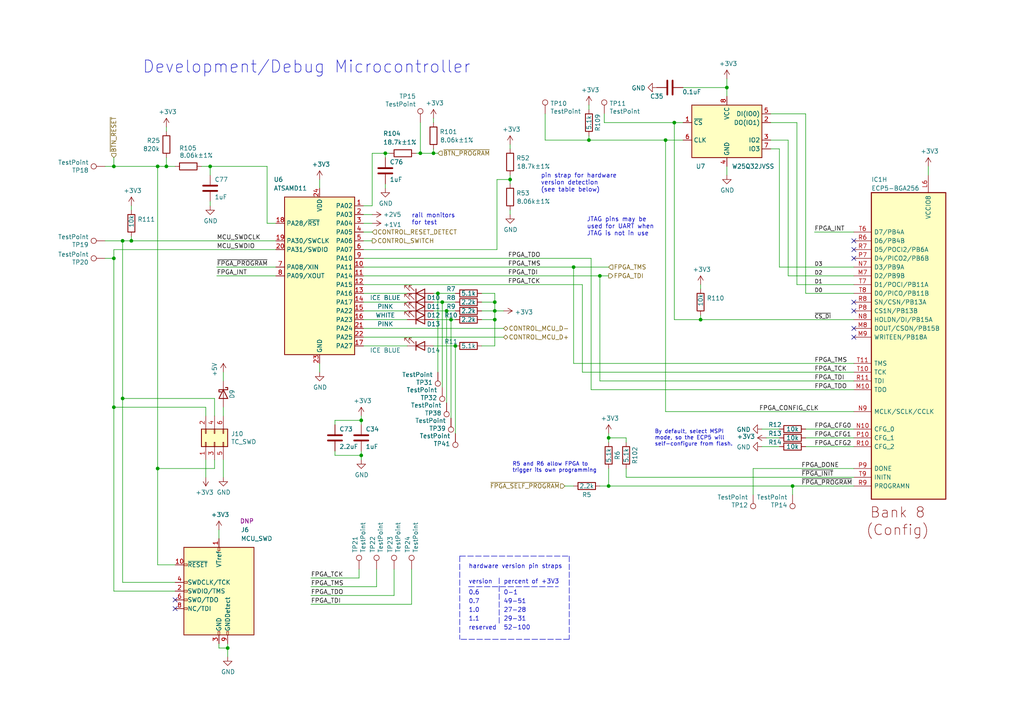
<source format=kicad_sch>
(kicad_sch (version 20211123) (generator eeschema)
  (paper "A4")
  (title_block (title "Cynthion") (date "${DATE}") (rev "${VERSION}") (company "Copyright 2019-2023 Great Scott Gadgets") (comment 1 "Licensed under the CERN-OHL-P v2"))
  (junction (at 48.26 48.26))
  (junction (at 166.37 77.47))
  (junction (at 129.54 90.17))
  (junction (at 203.2 92.71))
  (junction (at 35.56 69.85))
  (junction (at 130.81 92.71))
  (junction (at 193.04 40.64))
  (junction (at 35.56 115.57))
  (junction (at 229.87 140.97))
  (junction (at 104.775 132.08))
  (junction (at 33.02 48.26))
  (junction (at 125.73 44.45))
  (junction (at 195.58 35.56))
  (junction (at 147.955 52.07))
  (junction (at 128.27 87.63))
  (junction (at 33.02 118.11))
  (junction (at 210.82 25.4))
  (junction (at 60.96 48.26))
  (junction (at 143.51 87.63))
  (junction (at 127 85.09))
  (junction (at 111.76 44.45))
  (junction (at 143.51 90.17))
  (junction (at 38.1 69.85))
  (junction (at 176.53 140.97))
  (junction (at 132.08 100.33))
  (junction (at 173.99 80.01))
  (junction (at 170.815 40.64))
  (junction (at 104.775 121.92))
  (junction (at 143.51 92.71))
  (junction (at 33.02 74.93))
  (junction (at 176.53 127))
  (junction (at 121.92 44.45))
  (junction (at 66.04 187.96))
  (junction (at 45.72 48.26))
  (junction (at 45.72 135.89))
  (no_connect (at 247.65 90.17))
  (no_connect (at 247.65 87.63))
  (no_connect (at 247.65 74.93))
  (no_connect (at 247.65 95.25))
  (no_connect (at 247.65 69.85))
  (no_connect (at 247.65 97.79))
  (no_connect (at 50.8 173.99))
  (no_connect (at 50.8 176.53))
  (no_connect (at 247.65 72.39))
  (wire (pts (xy 247.65 140.97) (xy 229.87 140.97)))
  (wire (pts (xy 77.47 64.77) (xy 80.01 64.77)))
  (wire (pts (xy 203.2 82.55) (xy 203.2 83.82)))
  (wire (pts (xy 45.72 163.83) (xy 50.8 163.83)))
  (wire (pts (xy 105.41 87.63) (xy 118.11 87.63)))
  (wire (pts (xy 193.04 119.38) (xy 193.04 40.64)))
  (wire (pts (xy 203.2 91.44) (xy 203.2 92.71)))
  (wire (pts (xy 35.56 69.85) (xy 38.1 69.85)))
  (wire (pts (xy 233.68 124.46) (xy 247.65 124.46)))
  (wire (pts (xy 104.775 123.19) (xy 104.775 121.92)))
  (wire (pts (xy 166.37 77.47) (xy 176.53 77.47)))
  (wire (pts (xy 105.41 92.71) (xy 118.11 92.71)))
  (polyline (pts (xy 133.35 161.29) (xy 165.1 161.29)))
  (wire (pts (xy 66.04 187.96) (xy 66.04 190.5)))
  (wire (pts (xy 59.69 120.65) (xy 59.69 118.11)))
  (wire (pts (xy 125.73 44.45) (xy 125.73 43.18)))
  (wire (pts (xy 226.06 77.47) (xy 226.06 43.18)))
  (wire (pts (xy 233.68 85.09) (xy 247.65 85.09)))
  (wire (pts (xy 168.91 107.95) (xy 168.91 82.55)))
  (wire (pts (xy 97.155 121.92) (xy 97.155 123.19)))
  (polyline (pts (xy 133.35 161.29) (xy 133.35 185.42)))
  (wire (pts (xy 105.41 59.69) (xy 107.95 59.69)))
  (wire (pts (xy 210.82 48.26) (xy 210.82 50.8)))
  (wire (pts (xy 222.25 127) (xy 226.06 127)))
  (wire (pts (xy 269.24 50.8) (xy 269.24 48.26)))
  (wire (pts (xy 130.81 121.285) (xy 130.81 92.71)))
  (wire (pts (xy 173.99 80.01) (xy 176.53 80.01)))
  (wire (pts (xy 147.955 62.23) (xy 147.955 60.96)))
  (wire (pts (xy 64.77 107.95) (xy 64.77 110.49)))
  (wire (pts (xy 143.51 87.63) (xy 143.51 85.09)))
  (wire (pts (xy 121.92 44.45) (xy 125.73 44.45)))
  (wire (pts (xy 109.22 165.1) (xy 109.22 170.18)))
  (wire (pts (xy 223.52 40.64) (xy 228.6 40.64)))
  (wire (pts (xy 139.7 87.63) (xy 143.51 87.63)))
  (polyline (pts (xy 165.1 161.29) (xy 165.1 185.42)))
  (wire (pts (xy 97.155 130.81) (xy 97.155 132.08)))
  (wire (pts (xy 223.52 33.02) (xy 233.68 33.02)))
  (wire (pts (xy 247.65 135.89) (xy 218.44 135.89)))
  (wire (pts (xy 143.51 85.09) (xy 139.7 85.09)))
  (wire (pts (xy 220.98 129.54) (xy 226.06 129.54)))
  (wire (pts (xy 107.95 69.85) (xy 105.41 69.85)))
  (wire (pts (xy 193.04 40.64) (xy 198.12 40.64)))
  (wire (pts (xy 158.115 40.64) (xy 170.815 40.64)))
  (wire (pts (xy 107.95 64.77) (xy 105.41 64.77)))
  (wire (pts (xy 139.7 92.71) (xy 143.51 92.71)))
  (wire (pts (xy 129.54 116.84) (xy 129.54 90.17)))
  (wire (pts (xy 147.955 43.18) (xy 147.955 41.91)))
  (wire (pts (xy 92.71 52.07) (xy 92.71 54.61)))
  (wire (pts (xy 59.69 133.35) (xy 59.69 138.43)))
  (wire (pts (xy 247.65 119.38) (xy 193.04 119.38)))
  (wire (pts (xy 125.73 44.45) (xy 127 44.45)))
  (wire (pts (xy 210.82 22.86) (xy 210.82 25.4)))
  (wire (pts (xy 176.53 125.73) (xy 176.53 127)))
  (wire (pts (xy 195.58 92.71) (xy 195.58 35.56)))
  (wire (pts (xy 62.23 120.65) (xy 62.23 115.57)))
  (wire (pts (xy 62.865 77.47) (xy 80.01 77.47)))
  (wire (pts (xy 173.99 140.97) (xy 176.53 140.97)))
  (wire (pts (xy 171.45 74.93) (xy 171.45 113.03)))
  (wire (pts (xy 105.41 62.23) (xy 107.95 62.23)))
  (wire (pts (xy 45.72 135.89) (xy 45.72 163.83)))
  (wire (pts (xy 143.51 92.71) (xy 143.51 90.17)))
  (wire (pts (xy 45.72 48.26) (xy 45.72 135.89)))
  (wire (pts (xy 104.775 132.08) (xy 104.775 130.81)))
  (wire (pts (xy 111.76 45.72) (xy 111.76 44.45)))
  (wire (pts (xy 77.47 48.26) (xy 77.47 64.77)))
  (wire (pts (xy 66.04 186.69) (xy 66.04 187.96)))
  (wire (pts (xy 163.83 140.97) (xy 166.37 140.97)))
  (wire (pts (xy 210.82 27.94) (xy 210.82 25.4)))
  (wire (pts (xy 48.26 45.72) (xy 48.26 48.26)))
  (wire (pts (xy 173.99 110.49) (xy 247.65 110.49)))
  (wire (pts (xy 33.02 72.39) (xy 33.02 74.93)))
  (wire (pts (xy 105.41 85.09) (xy 118.11 85.09)))
  (wire (pts (xy 104.14 167.64) (xy 90.17 167.64)))
  (wire (pts (xy 144.145 72.39) (xy 105.41 72.39)))
  (wire (pts (xy 105.41 90.17) (xy 118.11 90.17)))
  (wire (pts (xy 38.1 69.85) (xy 80.01 69.85)))
  (wire (pts (xy 195.58 35.56) (xy 175.26 35.56)))
  (wire (pts (xy 59.69 118.11) (xy 33.02 118.11)))
  (polyline (pts (xy 135.89 170.18) (xy 161.925 170.18)))
  (wire (pts (xy 125.73 34.29) (xy 125.73 35.56)))
  (wire (pts (xy 173.99 80.01) (xy 105.41 80.01)))
  (polyline (pts (xy 165.1 185.42) (xy 133.35 185.42)))
  (wire (pts (xy 247.65 92.71) (xy 203.2 92.71)))
  (wire (pts (xy 105.41 82.55) (xy 168.91 82.55)))
  (wire (pts (xy 128.27 87.63) (xy 125.73 87.63)))
  (wire (pts (xy 119.38 165.1) (xy 119.38 175.26)))
  (wire (pts (xy 198.12 25.4) (xy 210.82 25.4)))
  (wire (pts (xy 132.08 125.73) (xy 132.08 100.33)))
  (wire (pts (xy 111.76 44.45) (xy 107.95 44.45)))
  (wire (pts (xy 121.92 35.56) (xy 121.92 44.45)))
  (wire (pts (xy 176.53 140.97) (xy 176.53 135.89)))
  (wire (pts (xy 63.5 153.67) (xy 63.5 156.21)))
  (wire (pts (xy 146.05 95.25) (xy 105.41 95.25)))
  (wire (pts (xy 143.51 90.17) (xy 139.7 90.17)))
  (wire (pts (xy 181.61 135.89) (xy 181.61 138.43)))
  (wire (pts (xy 107.95 44.45) (xy 107.95 59.69)))
  (wire (pts (xy 30.48 69.85) (xy 35.56 69.85)))
  (wire (pts (xy 92.71 105.41) (xy 92.71 107.95)))
  (wire (pts (xy 173.99 80.01) (xy 173.99 110.49)))
  (wire (pts (xy 30.48 48.26) (xy 33.02 48.26)))
  (wire (pts (xy 104.775 133.35) (xy 104.775 132.08)))
  (wire (pts (xy 175.26 35.56) (xy 175.26 33.02)))
  (wire (pts (xy 119.38 175.26) (xy 90.17 175.26)))
  (wire (pts (xy 220.98 124.46) (xy 226.06 124.46)))
  (wire (pts (xy 170.815 40.64) (xy 193.04 40.64)))
  (wire (pts (xy 105.41 97.79) (xy 146.05 97.79)))
  (wire (pts (xy 228.6 80.01) (xy 247.65 80.01)))
  (wire (pts (xy 147.955 52.07) (xy 147.955 50.8)))
  (wire (pts (xy 233.68 127) (xy 247.65 127)))
  (wire (pts (xy 128.27 112.395) (xy 128.27 87.63)))
  (wire (pts (xy 62.23 135.89) (xy 45.72 135.89)))
  (wire (pts (xy 64.77 120.65) (xy 64.77 118.11)))
  (wire (pts (xy 104.775 121.92) (xy 104.775 120.65)))
  (wire (pts (xy 132.08 87.63) (xy 128.27 87.63)))
  (wire (pts (xy 176.53 127) (xy 176.53 128.27)))
  (wire (pts (xy 127 85.09) (xy 132.08 85.09)))
  (wire (pts (xy 143.51 90.17) (xy 143.51 87.63)))
  (wire (pts (xy 247.65 138.43) (xy 181.61 138.43)))
  (wire (pts (xy 147.955 53.34) (xy 147.955 52.07)))
  (wire (pts (xy 181.61 127) (xy 181.61 128.27)))
  (wire (pts (xy 109.22 170.18) (xy 90.17 170.18)))
  (wire (pts (xy 247.65 77.47) (xy 226.06 77.47)))
  (wire (pts (xy 127 107.95) (xy 127 85.09)))
  (wire (pts (xy 146.05 90.17) (xy 143.51 90.17)))
  (wire (pts (xy 233.68 33.02) (xy 233.68 85.09)))
  (wire (pts (xy 231.14 35.56) (xy 223.52 35.56)))
  (wire (pts (xy 60.96 59.69) (xy 60.96 58.42)))
  (wire (pts (xy 233.68 129.54) (xy 247.65 129.54)))
  (wire (pts (xy 132.08 90.17) (xy 129.54 90.17)))
  (wire (pts (xy 170.815 39.37) (xy 170.815 40.64)))
  (wire (pts (xy 63.5 186.69) (xy 63.5 187.96)))
  (wire (pts (xy 176.53 127) (xy 181.61 127)))
  (wire (pts (xy 63.5 187.96) (xy 66.04 187.96)))
  (wire (pts (xy 58.42 48.26) (xy 60.96 48.26)))
  (wire (pts (xy 62.865 80.01) (xy 80.01 80.01)))
  (wire (pts (xy 144.145 52.07) (xy 144.145 72.39)))
  (wire (pts (xy 33.02 171.45) (xy 50.8 171.45)))
  (wire (pts (xy 247.65 82.55) (xy 231.14 82.55)))
  (wire (pts (xy 229.87 140.97) (xy 229.87 143.51)))
  (wire (pts (xy 195.58 35.56) (xy 198.12 35.56)))
  (wire (pts (xy 38.1 60.96) (xy 38.1 59.69)))
  (wire (pts (xy 125.73 92.71) (xy 130.81 92.71)))
  (wire (pts (xy 166.37 105.41) (xy 247.65 105.41)))
  (wire (pts (xy 35.56 115.57) (xy 35.56 168.91)))
  (wire (pts (xy 247.65 67.31) (xy 236.22 67.31)))
  (wire (pts (xy 38.1 69.85) (xy 38.1 68.58)))
  (wire (pts (xy 143.51 100.33) (xy 143.51 92.71)))
  (wire (pts (xy 48.26 36.83) (xy 48.26 38.1)))
  (wire (pts (xy 231.14 82.55) (xy 231.14 35.56)))
  (wire (pts (xy 105.41 74.93) (xy 171.45 74.93)))
  (wire (pts (xy 33.02 74.93) (xy 33.02 118.11)))
  (wire (pts (xy 64.77 133.35) (xy 64.77 138.43)))
  (wire (pts (xy 33.02 45.72) (xy 33.02 48.26)))
  (wire (pts (xy 107.95 67.31) (xy 105.41 67.31)))
  (wire (pts (xy 170.815 30.48) (xy 170.815 31.75)))
  (wire (pts (xy 147.955 52.07) (xy 144.145 52.07)))
  (polyline (pts (xy 144.78 167.64) (xy 144.78 180.975)))
  (wire (pts (xy 158.115 33.02) (xy 158.115 40.64)))
  (wire (pts (xy 62.23 133.35) (xy 62.23 135.89)))
  (wire (pts (xy 35.56 69.85) (xy 35.56 115.57)))
  (wire (pts (xy 114.3 165.1) (xy 114.3 172.72)))
  (wire (pts (xy 111.76 54.61) (xy 111.76 53.34)))
  (wire (pts (xy 30.48 74.93) (xy 33.02 74.93)))
  (wire (pts (xy 105.41 77.47) (xy 166.37 77.47)))
  (wire (pts (xy 166.37 77.47) (xy 166.37 105.41)))
  (wire (pts (xy 33.02 118.11) (xy 33.02 171.45)))
  (wire (pts (xy 130.81 92.71) (xy 132.08 92.71)))
  (wire (pts (xy 114.3 172.72) (xy 90.17 172.72)))
  (wire (pts (xy 228.6 40.64) (xy 228.6 80.01)))
  (wire (pts (xy 33.02 72.39) (xy 80.01 72.39)))
  (wire (pts (xy 104.14 165.1) (xy 104.14 167.64)))
  (wire (pts (xy 218.44 135.89) (xy 218.44 143.51)))
  (wire (pts (xy 125.73 100.33) (xy 132.08 100.33)))
  (wire (pts (xy 125.73 85.09) (xy 127 85.09)))
  (wire (pts (xy 203.2 92.71) (xy 195.58 92.71)))
  (wire (pts (xy 139.7 100.33) (xy 143.51 100.33)))
  (wire (pts (xy 45.72 48.26) (xy 48.26 48.26)))
  (wire (pts (xy 129.54 90.17) (xy 125.73 90.17)))
  (wire (pts (xy 226.06 43.18) (xy 223.52 43.18)))
  (wire (pts (xy 104.775 121.92) (xy 97.155 121.92)))
  (wire (pts (xy 62.23 115.57) (xy 35.56 115.57)))
  (wire (pts (xy 33.02 48.26) (xy 45.72 48.26)))
  (wire (pts (xy 60.96 50.8) (xy 60.96 48.26)))
  (wire (pts (xy 120.65 44.45) (xy 121.92 44.45)))
  (wire (pts (xy 97.155 132.08) (xy 104.775 132.08)))
  (wire (pts (xy 60.96 48.26) (xy 77.47 48.26)))
  (wire (pts (xy 229.87 140.97) (xy 176.53 140.97)))
  (wire (pts (xy 168.91 107.95) (xy 247.65 107.95)))
  (wire (pts (xy 113.03 44.45) (xy 111.76 44.45)))
  (wire (pts (xy 35.56 168.91) (xy 50.8 168.91)))
  (wire (pts (xy 171.45 113.03) (xy 247.65 113.03)))
  (wire (pts (xy 50.8 48.26) (xy 48.26 48.26)))
  (wire (pts (xy 105.41 100.33) (xy 118.11 100.33)))
  (text "Development/Debug Microcontroller" (at 41.275 21.59 0) (effects (font (size 3.5052 3.5052)) (justify left bottom)))
  (text "reserved" (at 135.89 182.88 0) (effects (font (size 1.27 1.27)) (justify left bottom)))
  (text "27-28" (at 146.05 177.8 0) (effects (font (size 1.27 1.27)) (justify left bottom)))
  (text "By default, select MSPI \nmode, so the ECP5 will \nself-configure from flash." (at 189.865 129.54 0) (effects (font (size 1.1176 1.1176)) (justify left bottom)))
  (text "52-100" (at 146.05 182.88 0) (effects (font (size 1.27 1.27)) (justify left bottom)))
  (text "version" (at 135.89 169.545 0) (effects (font (size 1.27 1.27)) (justify left bottom)))
  (text "percent of +3V3" (at 146.05 169.545 0) (effects (font (size 1.27 1.27)) (justify left bottom)))
  (text "JTAG pins may be\nused for UART when\nJTAG is not in use" (at 170.18 68.58 0) (effects (font (size 1.27 1.27)) (justify left bottom)))
  (text "29-31" (at 146.05 180.34 0) (effects (font (size 1.27 1.27)) (justify left bottom)))
  (text "0.6" (at 135.89 172.72 0) (effects (font (size 1.27 1.27)) (justify left bottom)))
  (text "0-1" (at 146.05 172.72 0) (effects (font (size 1.27 1.27)) (justify left bottom)))
  (text "1.0" (at 135.89 177.8 0) (effects (font (size 1.27 1.27)) (justify left bottom)))
  (text "rail monitors\nfor test" (at 119.38 65.405 0) (effects (font (size 1.27 1.27)) (justify left bottom)))
  (text "pin strap for hardware\nversion detection\n(see table below)" (at 156.845 55.88 0) (effects (font (size 1.27 1.27)) (justify left bottom)))
  (text "49-51" (at 146.05 175.26 0) (effects (font (size 1.27 1.27)) (justify left bottom)))
  (text "0.7" (at 135.89 175.26 0) (effects (font (size 1.27 1.27)) (justify left bottom)))
  (text "R5 and R6 allow FPGA to\ntrigger its own programming" (at 148.59 137.16 0) (effects (font (size 1.1176 1.1176)) (justify left bottom)))
  (text "1.1" (at 135.89 180.34 0) (effects (font (size 1.27 1.27)) (justify left bottom)))
  (text "hardware version pin straps" (at 135.89 165.1 0) (effects (font (size 1.27 1.27)) (justify left bottom)))
  (label "FPGA_TMS" (at 236.22 105.41 0))
  (label "D1" (at 236.22 82.55 0) (effects (font (size 1.1176 1.1176))))
  (label "~{FPGA_INIT}" (at 232.41 138.43 0))
  (label "FPGA_TMS" (at 147.32 77.47 0))
  (label "D0" (at 236.22 85.09 0) (effects (font (size 1.1176 1.1176))))
  (label "D3" (at 236.22 77.47 0) (effects (font (size 1.1176 1.1176))))
  (label "FPGA_TDI" (at 90.17 175.26 0))
  (label "FPGA_TDI" (at 147.32 80.01 0))
  (label "FPGA_TDO" (at 147.32 74.93 0))
  (label "MCU_SWDCLK" (at 62.865 69.85 0))
  (label "FPGA_INT" (at 236.22 67.31 0))
  (label "D2" (at 236.22 80.01 0) (effects (font (size 1.1176 1.1176))))
  (label "FPGA_DONE" (at 232.41 135.89 0))
  (label "FPGA_TDO" (at 236.22 113.03 0))
  (label "MCU_SWDIO" (at 62.865 72.39 0))
  (label "~{FPGA_PROGRAM}" (at 232.41 140.97 0))
  (label "FPGA_TDO" (at 90.17 172.72 0))
  (label "FPGA_CFG1" (at 236.22 127 0))
  (label "FPGA_TMS" (at 90.17 170.18 0))
  (label "FPGA_TDI" (at 236.22 110.49 0))
  (label "FPGA_TCK" (at 90.17 167.64 0))
  (label "FPGA_CONFIG_CLK" (at 237.49 119.38 180))
  (label "FPGA_TCK" (at 236.22 107.95 0))
  (label "FPGA_INT" (at 62.865 80.01 0))
  (label "~{FPGA_PROGRAM}" (at 62.865 77.47 0))
  (label "FPGA_CFG0" (at 236.22 124.46 0))
  (label "~{CS_DI}" (at 236.22 92.71 0) (effects (font (size 1.1176 1.1176))))
  (label "FPGA_CFG2" (at 236.22 129.54 0))
  (label "FPGA_TCK" (at 147.32 82.55 0))
  (hierarchical_label "~{BTN_PROGRAM}" (shape input) (at 127 44.45 0))
  (hierarchical_label "~{BTN_RESET}" (shape input) (at 33.02 45.72 90))
  (hierarchical_label "CONTROL_MCU_D+" (shape bidirectional) (at 146.05 97.79 0))
  (hierarchical_label "~{FPGA_SELF_PROGRAM}" (shape input) (at 163.83 140.97 180))
  (hierarchical_label "FPGA_TMS" (shape input) (at 176.53 77.47 0))
  (hierarchical_label "CONTROL_MCU_D-" (shape bidirectional) (at 146.05 95.25 0))
  (hierarchical_label "FPGA_TDI" (shape output) (at 176.53 80.01 0))
  (hierarchical_label "CONTROL_SWITCH" (shape output) (at 107.95 69.85 0))
  (hierarchical_label "CONTROL_RESET_DETECT" (shape input) (at 107.95 67.31 0))
  (symbol (lib_id "Connector:Conn_ARM_JTAG_SWD_10") (at 63.5 171.45 0) (mirror y) (unit 1)
    (property "Reference" "J6" (at 69.85 153.67 0) (effects (justify right)))
    (property "Value" "MCU_SWD" (at 69.85 156.21 0) (effects (justify right)))
    (property "Footprint" "cynthion:SWD_CONNECTOR_LARGE_BOX" (effects hide))
    (property "Datasheet" "http://infocenter.arm.com/help/topic/com.arm.doc.ddi0314h/DDI0314H_coresight_components_trm.pdf" (effects hide))
    (property "Description" "CONN HEADER VERT 10POS 1.27MM" (effects hide))
    (property "Manufacturer" "Samtec" (effects hide))
    (property "Part Number" "FTSH-105-01-F-D-K" (effects hide))
    (property "DNP" "DNP" (at 73.66 151.13 0) (effects (justify left)))
  )
  (symbol (lib_id "power:GND") (at 66.04 190.5 0) (unit 1)
    (property "Reference" "#PWR049" (effects hide))
    (property "Value" "GND" (at 66.1416 194.8688 0))
  )
  (symbol (lib_id "power:+3V3") (at 63.5 153.67 0) (unit 1)
    (property "Reference" "#PWR048" (effects hide))
    (property "Value" "+3V3" (at 63.8556 149.2758 0))
  )
  (symbol (lib_id "Device:LED") (at 121.92 85.09 0) (mirror x) (unit 1)
    (property "Reference" "D10" (at 125.73 86.36 0))
    (property "Value" "ICE BLUE" (at 111.76 86.36 0))
    (property "Footprint" "LED_SMD:LED_0603_1608Metric" (effects hide))
    (property "Part Number" "MHT192WDT-ICE" (effects hide))
    (property "Manufacturer" "MEIHUA" (effects hide))
    (property "Description" "LED SMD 0603 ICE BLUE" (effects hide))
  )
  (symbol (lib_id "Device:LED") (at 121.92 87.63 0) (mirror x) (unit 1)
    (property "Reference" "D11" (at 125.73 88.9 0))
    (property "Value" "PINK" (at 111.76 88.9 0))
    (property "Footprint" "LED_SMD:LED_0603_1608Metric" (effects hide))
    (property "Part Number" "OSK40603C1E" (effects hide))
    (property "Manufacturer" "OptoSupply" (effects hide))
    (property "Description" "LED SMD 0603 PINK" (effects hide))
  )
  (symbol (lib_id "Device:LED") (at 121.92 90.17 0) (mirror x) (unit 1)
    (property "Reference" "D12" (at 125.73 91.44 0))
    (property "Value" "WHITE" (at 111.76 91.44 0))
    (property "Footprint" "LED_SMD:LED_0603_1608Metric" (effects hide))
    (property "Part Number" "ORH-W46G" (effects hide))
    (property "Manufacturer" "Orient" (effects hide))
    (property "Description" "LED SMD 0603 WHITE" (effects hide))
  )
  (symbol (lib_id "Device:LED") (at 121.92 92.71 0) (mirror x) (unit 1)
    (property "Reference" "D13" (at 125.73 93.98 0))
    (property "Value" "PINK" (at 111.76 93.98 0))
    (property "Footprint" "LED_SMD:LED_0603_1608Metric" (effects hide))
    (property "Part Number" "OSK40603C1E" (effects hide))
    (property "Manufacturer" "OptoSupply" (effects hide))
    (property "Description" "LED SMD 0603 PINK" (effects hide))
  )
  (symbol (lib_id "Device:LED") (at 121.92 100.33 0) (mirror x) (unit 1)
    (property "Reference" "D14" (at 125.73 101.6 0))
    (property "Value" "ICE BLUE" (at 111.76 101.6 0))
    (property "Footprint" "LED_SMD:LED_0603_1608Metric" (effects hide))
    (property "Part Number" "MHT192WDT-ICE" (effects hide))
    (property "Manufacturer" "MEIHUA" (effects hide))
    (property "Description" "LED SMD 0603 ICE BLUE" (effects hide))
  )
  (symbol (lib_id "power:+3V3") (at 146.05 90.17 270) (unit 1)
    (property "Reference" "#PWR047" (effects hide))
    (property "Value" "+3V3" (at 149.3012 90.5256 90) (effects (justify left)))
  )
  (symbol (lib_id "power:+1V1") (at 107.95 64.77 270) (unit 1)
    (property "Reference" "#PWR040" (effects hide))
    (property "Value" "+1V1" (at 111.2012 65.151 90) (effects (justify left)))
  )
  (symbol (lib_id "power:+2V5") (at 107.95 62.23 270) (unit 1)
    (property "Reference" "#PWR046" (effects hide))
    (property "Value" "+2V5" (at 111.125 62.23 90) (effects (justify left)))
  )
  (symbol (lib_id "fpgas_and_processors:ECP5-BGA256") (at 274.32 55.88 0) (mirror y) (unit 8)
    (property "Reference" "IC1" (at 252.73 52.07 0) (effects (justify right)))
    (property "Value" "ECP5-BGA256" (at 252.73 54.61 0) (effects (justify right)))
    (property "Footprint" "cynthion:lattice_cabga256" (effects hide))
    (property "Description" "FPGA - Field Programmable Gate Array ECP5; 12k LUTs; 1.1V" (effects hide))
    (property "Manufacturer" "Lattice" (effects hide))
    (property "Part Number" "LFE5U-12F-6BG256C" (effects hide))
    (property "Substitution" "LFE5U-12F-*BG256*, LFE5U-25F-*BG256*" (effects hide))
  )
  (symbol (lib_id "power:+3V3") (at 269.24 48.26 0) (unit 1)
    (property "Reference" "#PWR056" (effects hide))
    (property "Value" "+3V3" (at 269.621 43.8658 0))
  )
  (symbol (lib_id "Device:C") (at 104.775 127 0) (unit 1)
    (property "Reference" "C34" (at 106.045 124.46 0) (effects (justify left)))
    (property "Value" "1uF" (at 106.045 129.54 0) (effects (justify left)))
    (property "Footprint" "Capacitor_SMD:C_0402_1005Metric" (effects hide))
    (property "Part Number" "CL05A105MQ5NNNC" (effects hide))
    (property "Substitution" "CL05A105KQ5NNNC, CL05A105KP5NNNC, CL05A105KO5NNNC" (effects hide))
    (property "Description" "CAP CER 1UF 6.3V X5R 0402 20%" (effects hide))
    (property "Manufacturer" "Samsung" (effects hide))
  )
  (symbol (lib_id "power:GND") (at 104.775 133.35 0) (unit 1)
    (property "Reference" "#PWR041" (effects hide))
    (property "Value" "GND" (at 104.902 137.7442 0))
  )
  (symbol (lib_id "power:+3V3") (at 104.775 120.65 0) (unit 1)
    (property "Reference" "#PWR045" (effects hide))
    (property "Value" "+3V3" (at 105.156 116.2558 0))
  )
  (symbol (lib_id "power:GND") (at 92.71 107.95 0) (unit 1)
    (property "Reference" "#PWR044" (effects hide))
    (property "Value" "GND" (at 92.837 112.3442 0))
  )
  (symbol (lib_id "Memory_Flash:W25Q32JVSS") (at 210.82 38.1 0) (unit 1)
    (property "Reference" "U7" (at 203.2 48.26 0))
    (property "Value" "W25Q32JVSS" (at 218.44 48.26 0))
    (property "Footprint" "Package_SO:SOIC-8_5.23x5.23mm_P1.27mm" (effects hide))
    (property "Datasheet" "http://www.winbond.com/resource-files/w25q32jv%20revg%2003272018%20plus.pdf" (effects hide))
    (property "Description" "IC FLASH 32M SPI 133MHZ 8SOIC" (effects hide))
    (property "Manufacturer" "Winbond" (effects hide))
    (property "Part Number" "W25Q32JVSSIQ" (effects hide))
  )
  (symbol (lib_id "power:+3V3") (at 210.82 22.86 0) (unit 1)
    (property "Reference" "#PWR051" (effects hide))
    (property "Value" "+3V3" (at 211.201 18.4658 0))
  )
  (symbol (lib_id "power:GND") (at 210.82 50.8 0) (unit 1)
    (property "Reference" "#PWR052" (effects hide))
    (property "Value" "GND" (at 210.947 55.1942 0))
  )
  (symbol (lib_id "Device:C") (at 194.31 25.4 270) (unit 1)
    (property "Reference" "C35" (at 190.5 27.94 90))
    (property "Value" "0.1uF" (at 200.66 26.67 90))
    (property "Footprint" "Capacitor_SMD:C_0402_1005Metric" (effects hide))
    (property "Part Number" "CL05A104KA5NNNC" (effects hide))
    (property "Substitution" "any equivalent" (effects hide))
    (property "Description" "CAP CER 0.1UF 25V X5R 0402" (effects hide))
    (property "Manufacturer" "Samsung" (effects hide))
  )
  (symbol (lib_id "power:GND") (at 190.5 25.4 270) (unit 1)
    (property "Reference" "#PWR050" (effects hide))
    (property "Value" "GND" (at 187.2488 25.527 90) (effects (justify right)))
  )
  (symbol (lib_id "Device:R") (at 229.87 124.46 270) (unit 1)
    (property "Reference" "R12" (at 224.79 123.19 90))
    (property "Value" "10k" (at 229.87 124.46 90))
    (property "Footprint" "Resistor_SMD:R_0402_1005Metric" (effects hide))
    (property "Part Number" "RC0402JR-0710KL" (effects hide))
    (property "Substitution" "any equivalent" (effects hide))
    (property "Description" "RES 10K OHM 5% 1/16W 0402" (effects hide))
    (property "Manufacturer" "Yageo" (effects hide))
  )
  (symbol (lib_id "Device:R") (at 229.87 127 270) (unit 1)
    (property "Reference" "R13" (at 224.79 125.73 90))
    (property "Value" "10k" (at 229.87 127 90))
    (property "Footprint" "Resistor_SMD:R_0402_1005Metric" (effects hide))
    (property "Part Number" "RC0402JR-0710KL" (effects hide))
    (property "Substitution" "any equivalent" (effects hide))
    (property "Description" "RES 10K OHM 5% 1/16W 0402" (effects hide))
    (property "Manufacturer" "Yageo" (effects hide))
  )
  (symbol (lib_id "Device:R") (at 229.87 129.54 270) (unit 1)
    (property "Reference" "R14" (at 224.79 128.27 90))
    (property "Value" "10k" (at 229.87 129.54 90))
    (property "Footprint" "Resistor_SMD:R_0402_1005Metric" (effects hide))
    (property "Part Number" "RC0402JR-0710KL" (effects hide))
    (property "Substitution" "any equivalent" (effects hide))
    (property "Description" "RES 10K OHM 5% 1/16W 0402" (effects hide))
    (property "Manufacturer" "Yageo" (effects hide))
  )
  (symbol (lib_id "power:+3V3") (at 222.25 127 90) (unit 1)
    (property "Reference" "#PWR055" (effects hide))
    (property "Value" "+3V3" (at 218.9988 126.619 90) (effects (justify left)))
  )
  (symbol (lib_id "power:GND") (at 220.98 124.46 270) (unit 1)
    (property "Reference" "#PWR053" (effects hide))
    (property "Value" "GND" (at 217.7288 124.587 90) (effects (justify right)))
  )
  (symbol (lib_id "power:GND") (at 220.98 129.54 270) (unit 1)
    (property "Reference" "#PWR054" (effects hide))
    (property "Value" "GND" (at 217.7288 129.667 90) (effects (justify right)))
  )
  (symbol (lib_id "Device:R") (at 48.26 41.91 0) (mirror y) (unit 1)
    (property "Reference" "R25" (at 46.482 40.767 0) (effects (justify left)))
    (property "Value" "820k" (at 46.355 43.18 0) (effects (justify left)))
    (property "Footprint" "Resistor_SMD:R_0402_1005Metric" (effects hide))
    (property "Part Number" "RC0402JR-07820KL" (effects hide))
    (property "Substitution" "any equivalent" (effects hide))
    (property "Description" "RES 820K OHM 5% 1/16W 0402" (effects hide))
    (property "Manufacturer" "Yageo" (effects hide))
  )
  (symbol (lib_id "power:+3V3") (at 48.26 36.83 0) (unit 1)
    (property "Reference" "#PWR0103" (effects hide))
    (property "Value" "+3V3" (at 48.6156 32.4358 0))
  )
  (symbol (lib_id "MCU_Microchip_SAMD:ATSAMD11D14A-M") (at 92.71 80.01 0) (unit 1)
    (property "Reference" "U6" (at 79.375 52.07 0) (effects (justify left)))
    (property "Value" "ATSAMD11" (at 79.375 54.61 0) (effects (justify left)))
    (property "Footprint" "Package_DFN_QFN:QFN-24-1EP_4x4mm_P0.5mm_EP2.6x2.6mm" (effects hide))
    (property "Datasheet" "http://ww1.microchip.com/downloads/en/DeviceDoc/Atmel-42363-SAM-D11_Datasheet.pdf" (effects hide))
    (property "Description" "IC MCU 32BIT 16KB FLASH 24QFN" (effects hide))
    (property "Manufacturer" "Microchip" (effects hide))
    (property "Part Number" "ATSAMD11D14A-MUT" (effects hide))
    (property "Substitution" "ATSAMD11D14A-MNT" (effects hide))
  )
  (symbol (lib_id "power:+3V3") (at 92.71 52.07 0) (unit 1)
    (property "Reference" "#PWR0112" (effects hide))
    (property "Value" "+3V3" (at 93.091 47.6758 0))
  )
  (symbol (lib_id "power:+3V3") (at 176.53 125.73 0) (unit 1)
    (property "Reference" "#PWR02" (effects hide))
    (property "Value" "+3V3" (at 176.8856 121.3358 0))
  )
  (symbol (lib_id "Device:R") (at 176.53 132.08 0) (unit 1)
    (property "Reference" "R6" (at 179.07 132.08 90))
    (property "Value" "5.1k" (at 176.53 132.08 90))
    (property "Footprint" "Resistor_SMD:R_0402_1005Metric" (effects hide))
    (property "Part Number" "RC0402JR-075K1L" (effects hide))
    (property "Substitution" "any equivalent" (effects hide))
    (property "Description" "RES 5.1K OHM 5% 1/16W 0402" (effects hide))
    (property "Manufacturer" "Yageo" (effects hide))
  )
  (symbol (lib_id "Device:R") (at 170.18 140.97 270) (unit 1)
    (property "Reference" "R5" (at 170.18 143.51 90))
    (property "Value" "2.2k" (at 170.18 140.97 90))
    (property "Footprint" "Resistor_SMD:R_0402_1005Metric" (effects hide))
    (property "Part Number" "RC0402JR-072K2L" (effects hide))
    (property "Substitution" "any equivalent" (effects hide))
    (property "Description" "RES 2.2K OHM 5% 1/16W 0402" (effects hide))
    (property "Manufacturer" "Yageo" (effects hide))
  )
  (symbol (lib_id "Device:R") (at 135.89 87.63 270) (unit 1)
    (property "Reference" "R8" (at 130.81 86.36 90))
    (property "Value" "2.2k" (at 135.89 87.63 90))
    (property "Footprint" "Resistor_SMD:R_0402_1005Metric" (effects hide))
    (property "Part Number" "RC0402JR-072K2L" (effects hide))
    (property "Substitution" "any equivalent" (effects hide))
    (property "Description" "RES 2.2K OHM 5% 1/16W 0402" (effects hide))
    (property "Manufacturer" "Yageo" (effects hide))
  )
  (symbol (lib_id "Device:R") (at 135.89 90.17 270) (unit 1)
    (property "Reference" "R9" (at 130.81 88.9 90))
    (property "Value" "2.2k" (at 135.89 90.17 90))
    (property "Footprint" "Resistor_SMD:R_0402_1005Metric" (effects hide))
    (property "Part Number" "RC0402JR-072K2L" (effects hide))
    (property "Substitution" "any equivalent" (effects hide))
    (property "Description" "RES 2.2K OHM 5% 1/16W 0402" (effects hide))
    (property "Manufacturer" "Yageo" (effects hide))
  )
  (symbol (lib_id "Device:R") (at 135.89 92.71 270) (unit 1)
    (property "Reference" "R10" (at 130.81 91.44 90))
    (property "Value" "2.2k" (at 135.89 92.71 90))
    (property "Footprint" "Resistor_SMD:R_0402_1005Metric" (effects hide))
    (property "Part Number" "RC0402JR-072K2L" (effects hide))
    (property "Substitution" "any equivalent" (effects hide))
    (property "Description" "RES 2.2K OHM 5% 1/16W 0402" (effects hide))
    (property "Manufacturer" "Yageo" (effects hide))
  )
  (symbol (lib_id "Device:R") (at 135.89 85.09 270) (mirror x) (unit 1)
    (property "Reference" "R7" (at 130.81 83.82 90))
    (property "Value" "5.1k" (at 135.89 85.09 90))
    (property "Footprint" "Resistor_SMD:R_0402_1005Metric" (effects hide))
    (property "Part Number" "RC0402JR-075K1L" (effects hide))
    (property "Substitution" "any equivalent" (effects hide))
    (property "Description" "RES 5.1K OHM 5% 1/16W 0402" (effects hide))
    (property "Manufacturer" "Yageo" (effects hide))
  )
  (symbol (lib_id "Connector:TestPoint") (at 175.26 33.02 0) (unit 1) (in_bom no)
    (property "Reference" "TP11" (at 176.7332 30.0228 0) (effects (justify left)))
    (property "Value" "TestPoint" (at 176.7332 32.3088 0) (effects (justify left)))
    (property "Footprint" "TestPoint:TestPoint_Pad_D1.0mm" (effects hide))
  )
  (symbol (lib_id "Connector:TestPoint") (at 158.115 33.02 0) (unit 1) (in_bom no)
    (property "Reference" "TP10" (at 159.5882 30.0228 0) (effects (justify left)))
    (property "Value" "TestPoint" (at 159.5882 32.3088 0) (effects (justify left)))
    (property "Footprint" "TestPoint:TestPoint_Pad_D1.0mm" (effects hide))
  )
  (symbol (lib_id "Device:R") (at 135.89 100.33 270) (mirror x) (unit 1)
    (property "Reference" "R11" (at 130.81 99.06 90))
    (property "Value" "5.1k" (at 135.89 100.33 90))
    (property "Footprint" "Resistor_SMD:R_0402_1005Metric" (effects hide))
    (property "Part Number" "RC0402JR-075K1L" (effects hide))
    (property "Substitution" "any equivalent" (effects hide))
    (property "Description" "RES 5.1K OHM 5% 1/16W 0402" (effects hide))
    (property "Manufacturer" "Yageo" (effects hide))
  )
  (symbol (lib_id "Connector:TestPoint") (at 229.87 143.51 180) (unit 1) (in_bom no)
    (property "Reference" "TP14" (at 228.3968 146.5072 0) (effects (justify left)))
    (property "Value" "TestPoint" (at 228.3968 144.2212 0) (effects (justify left)))
    (property "Footprint" "TestPoint:TestPoint_Pad_D1.0mm" (effects hide))
  )
  (symbol (lib_id "Connector:TestPoint") (at 218.44 143.51 180) (unit 1) (in_bom no)
    (property "Reference" "TP12" (at 216.9668 146.5072 0) (effects (justify left)))
    (property "Value" "TestPoint" (at 216.9668 144.2212 0) (effects (justify left)))
    (property "Footprint" "TestPoint:TestPoint_Pad_D1.0mm" (effects hide))
  )
  (symbol (lib_id "Connector_Generic:Conn_02x03_Odd_Even") (at 62.23 128.27 90) (unit 1) (in_bom no)
    (property "Reference" "J10" (at 67.0052 125.8316 90) (effects (justify right)))
    (property "Value" "TC_SWD" (at 67.0052 128.143 90) (effects (justify right)))
    (property "Footprint" "Connector:Tag-Connect_TC2030-IDC-FP_2x03_P1.27mm_Vertical" (effects hide))
    (property "Manufacturer" "Tag-Connect" (effects hide))
    (property "Part Number" "TC2030-IDC" (effects hide))
    (property "Substitution" "TC2030-CTX" (effects hide))
    (property "Description" "CABLE ADAPTER 6 POS" (effects hide))
  )
  (symbol (lib_id "power:+3V3") (at 59.69 138.43 180) (unit 1)
    (property "Reference" "#PWR0133" (effects hide))
    (property "Value" "+3V3" (at 59.3344 142.8242 0))
  )
  (symbol (lib_id "power:GND") (at 64.77 138.43 0) (unit 1)
    (property "Reference" "#PWR0131" (effects hide))
    (property "Value" "GND" (at 64.8716 142.7988 0))
  )
  (symbol (lib_id "power:+5V") (at 64.77 107.95 0) (unit 1)
    (property "Reference" "#PWR0136" (effects hide))
    (property "Value" "+5V" (at 62.23 109.22 90) (effects (justify left)))
  )
  (symbol (lib_id "Device:D_Schottky") (at 64.77 114.3 270) (unit 1)
    (property "Reference" "D9" (at 67.31 114.3 0))
    (property "Value" "SCHOTTKY" (effects hide))
    (property "Footprint" "cynthion:DSN1006-2" (effects hide))
    (property "Manufacturer" "Nexperia" (effects hide))
    (property "Part Number" "PMEG4010ESBYL" (effects hide))
    (property "Description" "DIODE SCHOTTKY 40V 1A DSN1006-2" (effects hide))
    (property "Substitution" "Diodes Inc. BAT54LP-7, Micro Commercial SM5819L2-TP" (effects hide))
  )
  (symbol (lib_id "Connector:TestPoint") (at 30.48 74.93 90) (unit 1) (in_bom no)
    (property "Reference" "TP20" (at 25.7302 76.073 90) (effects (justify left)))
    (property "Value" "TestPoint" (at 25.7302 73.787 90) (effects (justify left)))
    (property "Footprint" "TestPoint:TestPoint_Pad_D1.0mm" (effects hide))
  )
  (symbol (lib_id "Connector:TestPoint") (at 30.48 69.85 90) (unit 1) (in_bom no)
    (property "Reference" "TP19" (at 25.7302 70.993 90) (effects (justify left)))
    (property "Value" "TestPoint" (at 25.7302 68.707 90) (effects (justify left)))
    (property "Footprint" "TestPoint:TestPoint_Pad_D1.0mm" (effects hide))
  )
  (symbol (lib_id "Connector:TestPoint") (at 30.48 48.26 90) (unit 1) (in_bom no)
    (property "Reference" "TP18" (at 25.7302 49.403 90) (effects (justify left)))
    (property "Value" "TestPoint" (at 25.7302 47.117 90) (effects (justify left)))
    (property "Footprint" "TestPoint:TestPoint_Pad_D1.0mm" (effects hide))
  )
  (symbol (lib_id "Connector:TestPoint") (at 104.14 165.1 0) (unit 1) (in_bom no)
    (property "Reference" "TP21" (at 102.997 160.3502 90) (effects (justify left)))
    (property "Value" "TestPoint" (at 105.283 160.3502 90) (effects (justify left)))
    (property "Footprint" "TestPoint:TestPoint_Pad_D1.0mm" (effects hide))
  )
  (symbol (lib_id "Connector:TestPoint") (at 109.22 165.1 0) (unit 1) (in_bom no)
    (property "Reference" "TP22" (at 108.077 160.3502 90) (effects (justify left)))
    (property "Value" "TestPoint" (at 110.363 160.3502 90) (effects (justify left)))
    (property "Footprint" "TestPoint:TestPoint_Pad_D1.0mm" (effects hide))
  )
  (symbol (lib_id "Connector:TestPoint") (at 114.3 165.1 0) (unit 1) (in_bom no)
    (property "Reference" "TP23" (at 113.157 160.3502 90) (effects (justify left)))
    (property "Value" "TestPoint" (at 115.443 160.3502 90) (effects (justify left)))
    (property "Footprint" "TestPoint:TestPoint_Pad_D1.0mm" (effects hide))
  )
  (symbol (lib_id "Connector:TestPoint") (at 119.38 165.1 0) (unit 1) (in_bom no)
    (property "Reference" "TP24" (at 118.237 160.3502 90) (effects (justify left)))
    (property "Value" "TestPoint" (at 120.523 160.3502 90) (effects (justify left)))
    (property "Footprint" "TestPoint:TestPoint_Pad_D1.0mm" (effects hide))
  )
  (symbol (lib_id "Device:R") (at 38.1 64.77 0) (unit 1)
    (property "Reference" "R111" (at 39.878 63.627 0) (effects (justify left)))
    (property "Value" "10k" (at 38.1 66.04 90) (effects (justify left)))
    (property "Footprint" "Resistor_SMD:R_0402_1005Metric" (effects hide))
    (property "Part Number" "RC0402JR-0710KL" (effects hide))
    (property "Substitution" "any equivalent" (effects hide))
    (property "Description" "RES 10K OHM 5% 1/16W 0402" (effects hide))
    (property "Manufacturer" "Yageo" (effects hide))
  )
  (symbol (lib_id "power:+3V3") (at 147.955 41.91 0) (unit 1)
    (property "Reference" "#PWR0138" (effects hide))
    (property "Value" "+3V3" (at 148.336 37.5158 0))
  )
  (symbol (lib_id "power:GND") (at 147.955 62.23 0) (unit 1)
    (property "Reference" "#PWR0139" (effects hide))
    (property "Value" "GND" (at 148.082 66.6242 0))
  )
  (symbol (lib_id "Connector:TestPoint") (at 121.92 35.56 0) (mirror y) (unit 1) (in_bom no)
    (property "Reference" "TP15" (at 120.65 27.94 0) (effects (justify left)))
    (property "Value" "TestPoint" (at 120.65 30.226 0) (effects (justify left)))
    (property "Footprint" "TestPoint:TestPoint_Pad_D1.0mm" (effects hide))
  )
  (symbol (lib_id "Device:R") (at 116.84 44.45 90) (unit 1)
    (property "Reference" "R104" (at 111.125 38.7319 90) (effects (justify right)))
    (property "Value" "18.7k±1%" (at 111.125 41.275 90) (effects (justify right)))
    (property "Footprint" "Resistor_SMD:R_0402_1005Metric" (effects hide))
    (property "Description" "RES SMD 18.7K OHM 1% 1/10W 0402" (effects hide))
    (property "Manufacturer" "Panasonic" (effects hide))
    (property "Part Number" "ERJ-2RKF1872X" (effects hide))
    (property "Substitution" "any equivalent" (effects hide))
  )
  (symbol (lib_id "power:+3V3") (at 170.815 30.48 0) (unit 1)
    (property "Reference" "#PWR065" (effects hide))
    (property "Value" "+3V3" (at 171.196 26.0858 0))
  )
  (symbol (lib_id "Device:R") (at 170.815 35.56 0) (unit 1)
    (property "Reference" "R109" (at 173.355 35.56 90))
    (property "Value" "5.1k" (at 170.815 35.56 90))
    (property "Footprint" "Resistor_SMD:R_0402_1005Metric" (effects hide))
    (property "Part Number" "RC0402JR-075K1L" (effects hide))
    (property "Substitution" "any equivalent" (effects hide))
    (property "Description" "RES 5.1K OHM 5% 1/16W 0402" (effects hide))
    (property "Manufacturer" "Yageo" (effects hide))
  )
  (symbol (lib_id "Connector:TestPoint") (at 130.81 121.285 180) (unit 1) (in_bom no)
    (property "Reference" "TP39" (at 129.3368 124.2822 0) (effects (justify left)))
    (property "Value" "TestPoint" (at 129.3368 121.9962 0) (effects (justify left)))
    (property "Footprint" "TestPoint:TestPoint_Pad_D1.0mm" (effects hide))
  )
  (symbol (lib_id "Device:R") (at 147.955 57.15 0) (unit 1)
    (property "Reference" "R53" (at 149.733 56.007 0) (effects (justify left)))
    (property "Value" "8.06k±1%" (at 149.86 58.42 0) (effects (justify left)))
    (property "Footprint" "Resistor_SMD:R_0402_1005Metric" (effects hide))
    (property "Part Number" "ERJ-2RKF8061X" (effects hide))
    (property "Substitution" "any equivalent" (effects hide))
    (property "Description" "RES SMD 8.06K OHM 1% 1/10W 0402" (effects hide))
    (property "Manufacturer" "Panasonic" (effects hide))
  )
  (symbol (lib_id "Connector:TestPoint") (at 127 107.95 180) (unit 1) (in_bom no)
    (property "Reference" "TP31" (at 125.5268 110.9472 0) (effects (justify left)))
    (property "Value" "TestPoint" (at 125.5268 108.6612 0) (effects (justify left)))
    (property "Footprint" "TestPoint:TestPoint_Pad_D1.0mm" (effects hide))
  )
  (symbol (lib_id "Device:C") (at 60.96 54.61 0) (unit 1)
    (property "Reference" "C77" (at 62.23 52.07 0) (effects (justify left)))
    (property "Value" "1uF" (at 62.23 57.15 0) (effects (justify left)))
    (property "Footprint" "Capacitor_SMD:C_0402_1005Metric" (effects hide))
    (property "Part Number" "CL05A105MQ5NNNC" (effects hide))
    (property "Substitution" "CL05A105KQ5NNNC, CL05A105KP5NNNC, CL05A105KO5NNNC" (effects hide))
    (property "Description" "CAP CER 1UF 6.3V X5R 0402 20%" (effects hide))
    (property "Manufacturer" "Samsung" (effects hide))
  )
  (symbol (lib_id "Connector:TestPoint") (at 132.08 125.73 180) (unit 1) (in_bom no)
    (property "Reference" "TP41" (at 130.6068 128.7272 0) (effects (justify left)))
    (property "Value" "TestPoint" (at 130.6068 126.4412 0) (effects (justify left)))
    (property "Footprint" "TestPoint:TestPoint_Pad_D1.0mm" (effects hide))
  )
  (symbol (lib_id "power:GND") (at 60.96 59.69 0) (unit 1)
    (property "Reference" "#PWR09" (effects hide))
    (property "Value" "GND" (at 61.087 64.0842 0))
  )
  (symbol (lib_id "Connector:TestPoint") (at 128.27 112.395 180) (unit 1) (in_bom no)
    (property "Reference" "TP32" (at 126.7968 115.3922 0) (effects (justify left)))
    (property "Value" "TestPoint" (at 126.7968 113.1062 0) (effects (justify left)))
    (property "Footprint" "TestPoint:TestPoint_Pad_D1.0mm" (effects hide))
  )
  (symbol (lib_id "Device:C") (at 97.155 127 0) (unit 1)
    (property "Reference" "C73" (at 98.425 124.46 0) (effects (justify left)))
    (property "Value" "2.2uF" (at 98.425 129.54 0) (effects (justify left)))
    (property "Footprint" "Capacitor_SMD:C_0603_1608Metric" (effects hide))
    (property "Description" "CAP CER 2.2UF 10V X5R 0603" (effects hide))
    (property "Manufacturer" "Samsung" (effects hide))
    (property "Part Number" "CL10A225KP8NNNC" (effects hide))
    (property "Substitution" "any equivalent" (effects hide))
  )
  (symbol (lib_id "Device:R") (at 125.73 39.37 0) (unit 1)
    (property "Reference" "R101" (at 127.508 38.227 0) (effects (justify left)))
    (property "Value" "8.06k±1%" (at 127.635 40.64 0) (effects (justify left)))
    (property "Footprint" "Resistor_SMD:R_0402_1005Metric" (effects hide))
    (property "Part Number" "ERJ-2RKF8061X" (effects hide))
    (property "Substitution" "any equivalent" (effects hide))
    (property "Description" "RES SMD 8.06K OHM 1% 1/10W 0402" (effects hide))
    (property "Manufacturer" "Panasonic" (effects hide))
  )
  (symbol (lib_id "Device:R") (at 203.2 87.63 0) (unit 1)
    (property "Reference" "R110" (at 204.978 86.487 0) (effects (justify left)))
    (property "Value" "10k" (at 203.2 88.9 90) (effects (justify left)))
    (property "Footprint" "Resistor_SMD:R_0402_1005Metric" (effects hide))
    (property "Part Number" "RC0402JR-0710KL" (effects hide))
    (property "Substitution" "any equivalent" (effects hide))
    (property "Description" "RES 10K OHM 5% 1/16W 0402" (effects hide))
    (property "Manufacturer" "Yageo" (effects hide))
  )
  (symbol (lib_id "power:GND") (at 111.76 54.61 0) (unit 1)
    (property "Reference" "#PWR08" (effects hide))
    (property "Value" "GND" (at 111.887 59.0042 0))
  )
  (symbol (lib_id "power:+3V3") (at 203.2 82.55 0) (unit 1)
    (property "Reference" "#PWR092" (effects hide))
    (property "Value" "+3V3" (at 203.5556 78.1558 0))
  )
  (symbol (lib_id "Device:R") (at 54.61 48.26 90) (unit 1)
    (property "Reference" "R105" (at 51.943 42.9772 90) (effects (justify right)))
    (property "Value" "8.06k±1%" (at 52.07 45.085 90) (effects (justify right)))
    (property "Footprint" "Resistor_SMD:R_0402_1005Metric" (effects hide))
    (property "Description" "RES SMD 8.06K OHM 1% 1/10W 0402" (effects hide))
    (property "Manufacturer" "Panasonic" (effects hide))
    (property "Part Number" "ERJ-2RKF8061X" (effects hide))
    (property "Substitution" "any equivalent" (effects hide))
  )
  (symbol (lib_id "power:+3V3") (at 125.73 34.29 0) (unit 1)
    (property "Reference" "#PWR060" (effects hide))
    (property "Value" "+3V3" (at 126.0856 29.8958 0))
  )
  (symbol (lib_id "Device:R") (at 147.955 46.99 0) (unit 1)
    (property "Reference" "R52" (at 149.733 45.847 0) (effects (justify left)))
    (property "Value" "18.7k±1%" (at 149.86 48.26 0) (effects (justify left)))
    (property "Footprint" "Resistor_SMD:R_0402_1005Metric" (effects hide))
    (property "Part Number" "ERJ-2RKF1872X" (effects hide))
    (property "Substitution" "any equivalent" (effects hide))
    (property "Description" "RES SMD 18.7K OHM 1% 1/10W 0402" (effects hide))
    (property "Manufacturer" "Panasonic" (effects hide))
  )
  (symbol (lib_id "Device:C") (at 111.76 49.53 0) (unit 1)
    (property "Reference" "C76" (at 113.03 46.99 0) (effects (justify left)))
    (property "Value" "1uF" (at 113.03 52.07 0) (effects (justify left)))
    (property "Footprint" "Capacitor_SMD:C_0402_1005Metric" (effects hide))
    (property "Part Number" "CL05A105MQ5NNNC" (effects hide))
    (property "Substitution" "CL05A105KQ5NNNC, CL05A105KP5NNNC, CL05A105KO5NNNC" (effects hide))
    (property "Description" "CAP CER 1UF 6.3V X5R 0402 20%" (effects hide))
    (property "Manufacturer" "Samsung" (effects hide))
  )
  (symbol (lib_id "power:+3V3") (at 38.1 59.69 0) (unit 1)
    (property "Reference" "#PWR096" (effects hide))
    (property "Value" "+3V3" (at 38.4556 55.2958 0))
  )
  (symbol (lib_id "Connector:TestPoint") (at 129.54 116.84 180) (unit 1) (in_bom no)
    (property "Reference" "TP38" (at 128.0668 119.8372 0) (effects (justify left)))
    (property "Value" "TestPoint" (at 128.0668 117.5512 0) (effects (justify left)))
    (property "Footprint" "TestPoint:TestPoint_Pad_D1.0mm" (effects hide))
  )
  (symbol (lib_id "Device:R") (at 181.61 132.08 0) (unit 1)
    (property "Reference" "R102" (at 184.15 132.08 90))
    (property "Value" "5.1k" (at 181.61 132.08 90))
    (property "Footprint" "Resistor_SMD:R_0402_1005Metric" (effects hide))
    (property "Part Number" "RC0402JR-075K1L" (effects hide))
    (property "Substitution" "any equivalent" (effects hide))
    (property "Description" "RES 5.1K OHM 5% 1/16W 0402" (effects hide))
    (property "Manufacturer" "Yageo" (effects hide))
  )
)
</source>
